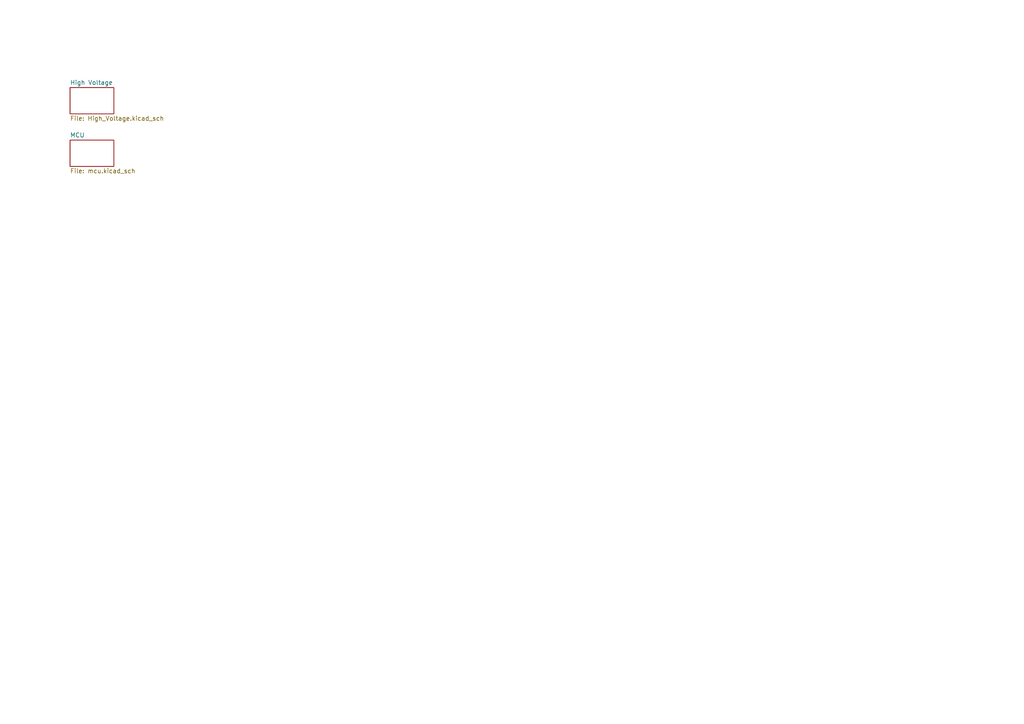
<source format=kicad_sch>
(kicad_sch
	(version 20250114)
	(generator "eeschema")
	(generator_version "9.0")
	(uuid "73fbfc2f-6207-4cf0-8939-c74998e2b107")
	(paper "A4")
	(lib_symbols)
	(sheet
		(at 20.32 40.64)
		(size 12.7 7.62)
		(exclude_from_sim no)
		(in_bom yes)
		(on_board yes)
		(dnp no)
		(fields_autoplaced yes)
		(stroke
			(width 0.1524)
			(type solid)
		)
		(fill
			(color 0 0 0 0.0000)
		)
		(uuid "629be109-3157-4c97-bc0b-0883143b5306")
		(property "Sheetname" "MCU"
			(at 20.32 39.9284 0)
			(effects
				(font
					(size 1.27 1.27)
				)
				(justify left bottom)
			)
		)
		(property "Sheetfile" "mcu.kicad_sch"
			(at 20.32 48.8446 0)
			(effects
				(font
					(size 1.27 1.27)
				)
				(justify left top)
			)
		)
		(instances
			(project "led_driver_220v"
				(path "/73fbfc2f-6207-4cf0-8939-c74998e2b107"
					(page "2")
				)
			)
		)
	)
	(sheet
		(at 20.32 25.4)
		(size 12.7 7.62)
		(exclude_from_sim no)
		(in_bom yes)
		(on_board yes)
		(dnp no)
		(fields_autoplaced yes)
		(stroke
			(width 0.1524)
			(type solid)
		)
		(fill
			(color 0 0 0 0.0000)
		)
		(uuid "baa6b3cc-80da-4cf2-b890-2f2b3bcfba21")
		(property "Sheetname" "High Voltage"
			(at 20.32 24.6884 0)
			(effects
				(font
					(size 1.27 1.27)
				)
				(justify left bottom)
			)
		)
		(property "Sheetfile" "High_Voltage.kicad_sch"
			(at 20.32 33.6046 0)
			(effects
				(font
					(size 1.27 1.27)
				)
				(justify left top)
			)
		)
		(instances
			(project "led_driver_220v"
				(path "/73fbfc2f-6207-4cf0-8939-c74998e2b107"
					(page "3")
				)
			)
		)
	)
	(sheet_instances
		(path "/"
			(page "1")
		)
	)
	(embedded_fonts no)
)

</source>
